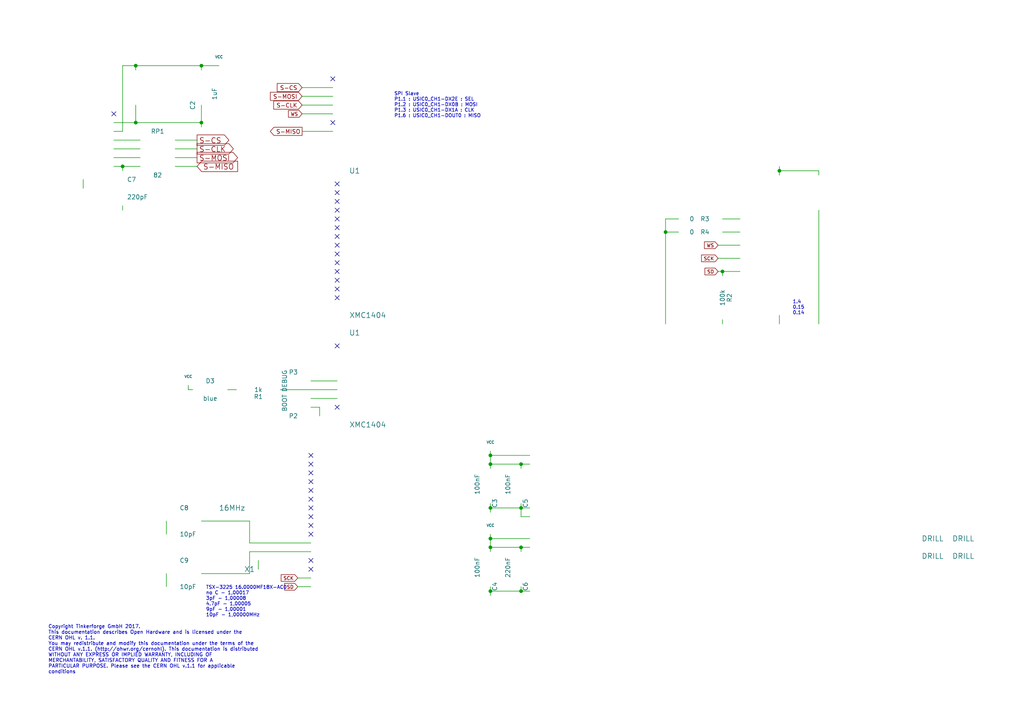
<source format=kicad_sch>
(kicad_sch (version 20230121) (generator eeschema)
  (paper "A4")
  (title_block (title "Sound Pressure Level Bricklet") (date "2017-11-14") (rev "1.0") (company "Tinkerforge GmbH") (comment 1 "Licensed under CERN OHL v.1.1") (comment 2 "Copyright (©) 2017, L.Lauer <lukas@tinkerforge.com>"))
  (lib_symbols)
  (junction (at 58.42 35.56))
  (junction (at 142.24 147.32))
  (junction (at 39.37 35.56))
  (junction (at 142.24 158.75))
  (junction (at 151.13 147.32))
  (junction (at 151.13 134.62))
  (junction (at 142.24 171.45))
  (junction (at 39.37 19.05))
  (junction (at 209.55 78.74))
  (junction (at 193.04 67.31))
  (junction (at 142.24 134.62))
  (junction (at 142.24 156.21))
  (junction (at 226.06 49.53))
  (junction (at 142.24 132.08))
  (junction (at 151.13 158.75))
  (junction (at 58.42 19.05))
  (junction (at 35.56 48.26))
  (junction (at 151.13 171.45))
  (no_connect (at 97.79 58.42))
  (no_connect (at 90.17 142.24))
  (no_connect (at 97.79 81.28))
  (no_connect (at 33.02 33.02))
  (no_connect (at 90.17 139.7))
  (no_connect (at 97.79 68.58))
  (no_connect (at 97.79 83.82))
  (no_connect (at 90.17 134.62))
  (no_connect (at 97.79 76.2))
  (no_connect (at 96.52 35.56))
  (no_connect (at 97.79 53.34))
  (no_connect (at 90.17 154.94))
  (no_connect (at 90.17 162.56))
  (no_connect (at 97.79 63.5))
  (no_connect (at 97.79 71.12))
  (no_connect (at 90.17 144.78))
  (no_connect (at 90.17 147.32))
  (no_connect (at 90.17 132.08))
  (no_connect (at 97.79 78.74))
  (no_connect (at 97.79 73.66))
  (no_connect (at 97.79 55.88))
  (no_connect (at 97.79 66.04))
  (no_connect (at 97.79 60.96))
  (no_connect (at 97.79 100.33))
  (no_connect (at 90.17 137.16))
  (no_connect (at 97.79 86.36))
  (no_connect (at 90.17 152.4))
  (no_connect (at 96.52 22.86))
  (no_connect (at 90.17 149.86))
  (no_connect (at 97.79 118.11))
  (no_connect (at 90.17 165.1))
  (wire (pts (xy 151.13 149.86) (xy 153.67 149.86)))
  (wire (pts (xy 87.63 25.4) (xy 96.52 25.4)))
  (wire (pts (xy 97.79 110.49) (xy 90.17 110.49)))
  (wire (pts (xy 153.67 156.21) (xy 142.24 156.21)))
  (wire (pts (xy 226.06 49.53) (xy 237.49 49.53)))
  (wire (pts (xy 50.8 40.64) (xy 57.15 40.64)))
  (wire (pts (xy 81.28 113.03) (xy 97.79 113.03)))
  (wire (pts (xy 142.24 170.18) (xy 142.24 171.45)))
  (wire (pts (xy 58.42 30.48) (xy 58.42 35.56)))
  (wire (pts (xy 48.26 170.18) (xy 48.26 166.37)))
  (wire (pts (xy 54.61 113.03) (xy 54.61 111.76)))
  (wire (pts (xy 58.42 35.56) (xy 58.42 36.83)))
  (wire (pts (xy 57.15 48.26) (xy 50.8 48.26)))
  (wire (pts (xy 39.37 35.56) (xy 33.02 35.56)))
  (wire (pts (xy 35.56 19.05) (xy 39.37 19.05)))
  (wire (pts (xy 153.67 132.08) (xy 142.24 132.08)))
  (wire (pts (xy 142.24 158.75) (xy 142.24 160.02)))
  (wire (pts (xy 33.02 45.72) (xy 40.64 45.72)))
  (wire (pts (xy 142.24 154.94) (xy 142.24 156.21)))
  (wire (pts (xy 50.8 45.72) (xy 57.15 45.72)))
  (wire (pts (xy 151.13 158.75) (xy 153.67 158.75)))
  (wire (pts (xy 151.13 171.45) (xy 153.67 171.45)))
  (wire (pts (xy 92.71 118.11) (xy 92.71 120.65)))
  (wire (pts (xy 24.13 54.61) (xy 24.13 52.07)))
  (wire (pts (xy 209.55 78.74) (xy 214.63 78.74)))
  (wire (pts (xy 87.63 27.94) (xy 96.52 27.94)))
  (wire (pts (xy 68.58 113.03) (xy 66.04 113.03)))
  (wire (pts (xy 142.24 158.75) (xy 151.13 158.75)))
  (wire (pts (xy 226.06 49.53) (xy 226.06 50.8)))
  (wire (pts (xy 153.67 147.32) (xy 151.13 147.32)))
  (wire (pts (xy 209.55 63.5) (xy 214.63 63.5)))
  (wire (pts (xy 35.56 48.26) (xy 40.64 48.26)))
  (wire (pts (xy 142.24 146.05) (xy 142.24 147.32)))
  (wire (pts (xy 72.39 157.48) (xy 90.17 157.48)))
  (wire (pts (xy 33.02 48.26) (xy 35.56 48.26)))
  (wire (pts (xy 72.39 160.02) (xy 90.17 160.02)))
  (wire (pts (xy 142.24 134.62) (xy 142.24 135.89)))
  (wire (pts (xy 196.85 63.5) (xy 193.04 63.5)))
  (wire (pts (xy 33.02 40.64) (xy 40.64 40.64)))
  (wire (pts (xy 58.42 166.37) (xy 72.39 166.37)))
  (wire (pts (xy 142.24 171.45) (xy 142.24 172.72)))
  (wire (pts (xy 58.42 35.56) (xy 39.37 35.56)))
  (wire (pts (xy 142.24 132.08) (xy 142.24 134.62)))
  (wire (pts (xy 142.24 156.21) (xy 142.24 158.75)))
  (wire (pts (xy 35.56 38.1) (xy 35.56 19.05)))
  (wire (pts (xy 87.63 33.02) (xy 96.52 33.02)))
  (wire (pts (xy 193.04 67.31) (xy 193.04 93.98)))
  (wire (pts (xy 151.13 146.05) (xy 151.13 147.32)))
  (wire (pts (xy 151.13 158.75) (xy 151.13 160.02)))
  (wire (pts (xy 48.26 154.94) (xy 48.26 151.13)))
  (wire (pts (xy 142.24 171.45) (xy 151.13 171.45)))
  (wire (pts (xy 151.13 134.62) (xy 151.13 135.89)))
  (wire (pts (xy 72.39 166.37) (xy 72.39 160.02)))
  (wire (pts (xy 193.04 67.31) (xy 196.85 67.31)))
  (wire (pts (xy 86.36 170.18) (xy 90.17 170.18)))
  (wire (pts (xy 209.55 67.31) (xy 214.63 67.31)))
  (wire (pts (xy 39.37 35.56) (xy 39.37 30.48)))
  (wire (pts (xy 208.28 74.93) (xy 214.63 74.93)))
  (wire (pts (xy 35.56 49.53) (xy 35.56 48.26)))
  (wire (pts (xy 151.13 147.32) (xy 151.13 149.86)))
  (wire (pts (xy 87.63 38.1) (xy 96.52 38.1)))
  (wire (pts (xy 55.88 113.03) (xy 54.61 113.03)))
  (wire (pts (xy 33.02 43.18) (xy 40.64 43.18)))
  (wire (pts (xy 58.42 19.05) (xy 63.5 19.05)))
  (wire (pts (xy 142.24 134.62) (xy 151.13 134.62)))
  (wire (pts (xy 193.04 63.5) (xy 193.04 67.31)))
  (wire (pts (xy 39.37 19.05) (xy 58.42 19.05)))
  (wire (pts (xy 226.06 91.44) (xy 226.06 93.98)))
  (wire (pts (xy 237.49 60.96) (xy 237.49 93.98)))
  (wire (pts (xy 226.06 48.26) (xy 226.06 49.53)))
  (wire (pts (xy 151.13 134.62) (xy 153.67 134.62)))
  (wire (pts (xy 72.39 151.13) (xy 72.39 157.48)))
  (wire (pts (xy 58.42 20.32) (xy 58.42 19.05)))
  (wire (pts (xy 209.55 80.01) (xy 209.55 78.74)))
  (wire (pts (xy 58.42 151.13) (xy 72.39 151.13)))
  (wire (pts (xy 33.02 38.1) (xy 35.56 38.1)))
  (wire (pts (xy 151.13 147.32) (xy 142.24 147.32)))
  (wire (pts (xy 209.55 92.71) (xy 209.55 93.98)))
  (wire (pts (xy 142.24 147.32) (xy 142.24 148.59)))
  (wire (pts (xy 237.49 49.53) (xy 237.49 50.8)))
  (wire (pts (xy 151.13 171.45) (xy 151.13 170.18)))
  (wire (pts (xy 35.56 59.69) (xy 35.56 60.96)))
  (wire (pts (xy 97.79 115.57) (xy 90.17 115.57)))
  (wire (pts (xy 57.15 43.18) (xy 50.8 43.18)))
  (wire (pts (xy 39.37 19.05) (xy 39.37 20.32)))
  (wire (pts (xy 87.63 30.48) (xy 96.52 30.48)))
  (wire (pts (xy 208.28 78.74) (xy 209.55 78.74)))
  (wire (pts (xy 86.36 167.64) (xy 90.17 167.64)))
  (wire (pts (xy 90.17 118.11) (xy 92.71 118.11)))
  (wire (pts (xy 208.28 71.12) (xy 214.63 71.12)))
  (wire (pts (xy 142.24 130.81) (xy 142.24 132.08)))
  (wire (pts (xy 74.93 165.1) (xy 74.93 162.56)))
  (text "1.4\n0.15\n0.14  " (at 229.87 91.44 0) (effects (font (size 0.9906 0.9906)) (justify left bottom)))
  (text "Copyright Tinkerforge GmbH 2017.\nThis documentation describes Open Hardware and is licensed under the\nCERN OHL v. 1.1.\nYou may redistribute and modify this documentation under the terms of the\nCERN OHL v.1.1. (http://ohwr.org/cernohl). This documentation is distributed\nWITHOUT ANY EXPRESS OR IMPLIED WARRANTY, INCLUDING OF\nMERCHANTABILITY, SATISFACTORY QUALITY AND FITNESS FOR A\nPARTICULAR PURPOSE. Please see the CERN OHL v.1.1 for applicable\nconditions\n" (at 13.97 195.58 0) (effects (font (size 1.016 1.016)) (justify left bottom)))
  (text "SPI Slave\nP1.1 : USIC0_CH1-DX2E : SEL\nP1.2 : USIC0_CH1-DX0B : MOSI\nP1.3 : USIC0_CH1-DX1A : CLK\nP1.6 : USIC0_CH1-DOUT0 : MISO" (at 114.3 34.29 0) (effects (font (size 0.9906 0.9906)) (justify left bottom)))
  (text "TSX-3225 16.0000MF18X-AC0\nno C - 1,00017\n3pF - 1,00008\n4.7pF - 1,00005\n9pF - 1,00001\n10pF - 1,00000MHz" (at 59.69 179.07 0) (effects (font (size 0.9906 0.9906)) (justify left bottom)))
  (global_label "SCK" (shape input) (at 86.36 167.64 180) (effects (font (size 0.9906 0.9906))) (property "Intersheetrefs" "${INTERSHEET_REFS}" (effects hide)))
  (global_label "SD" (shape input) (at 86.36 170.18 180) (effects (font (size 0.9906 0.9906))) (property "Intersheetrefs" "${INTERSHEET_REFS}" (effects hide)))
  (global_label "WS" (shape input) (at 87.63 33.02 180) (effects (font (size 0.9906 0.9906))) (property "Intersheetrefs" "${INTERSHEET_REFS}" (effects hide)))
  (global_label "S-MISO" (shape output) (at 87.63 38.1 180) (effects (font (size 1.1938 1.1938))) (property "Intersheetrefs" "${INTERSHEET_REFS}" (effects hide)))
  (global_label "SD" (shape input) (at 208.28 78.74 180) (effects (font (size 0.9906 0.9906))) (property "Intersheetrefs" "${INTERSHEET_REFS}" (effects hide)))
  (global_label "S-CS" (shape input) (at 87.63 25.4 180) (effects (font (size 1.1938 1.1938))) (property "Intersheetrefs" "${INTERSHEET_REFS}" (effects hide)))
  (global_label "S-MISO" (shape input) (at 57.15 48.26 0) (effects (font (size 1.524 1.524))) (property "Intersheetrefs" "${INTERSHEET_REFS}" (effects hide)))
  (global_label "S-MOSI" (shape output) (at 57.15 45.72 0) (effects (font (size 1.524 1.524))) (property "Intersheetrefs" "${INTERSHEET_REFS}" (effects hide)))
  (global_label "S-CS" (shape output) (at 57.15 40.64 0) (effects (font (size 1.524 1.524))) (property "Intersheetrefs" "${INTERSHEET_REFS}" (effects hide)))
  (global_label "S-CLK" (shape output) (at 57.15 43.18 0) (effects (font (size 1.524 1.524))) (property "Intersheetrefs" "${INTERSHEET_REFS}" (effects hide)))
  (global_label "S-MOSI" (shape input) (at 87.63 27.94 180) (effects (font (size 1.1938 1.1938))) (property "Intersheetrefs" "${INTERSHEET_REFS}" (effects hide)))
  (global_label "WS" (shape input) (at 208.28 71.12 180) (effects (font (size 0.9906 0.9906))) (property "Intersheetrefs" "${INTERSHEET_REFS}" (effects hide)))
  (global_label "SCK" (shape input) (at 208.28 74.93 180) (effects (font (size 0.9906 0.9906))) (property "Intersheetrefs" "${INTERSHEET_REFS}" (effects hide)))
  (global_label "S-CLK" (shape input) (at 87.63 30.48 180) (effects (font (size 1.1938 1.1938))) (property "Intersheetrefs" "${INTERSHEET_REFS}" (effects hide)))
  (symbol (lib_id "CON-SENSOR2") (at 24.13 40.64 0) (mirror y) (unit 1)
    (property "Reference" "P1" (at 20.32 30.48 0) (effects (font (size 1.524 1.524))))
    (property "Value" "CON-SENSOR2" (at 20.32 40.64 90) (effects (font (size 1.524 1.524))))
    (property "Footprint" "kicad-libraries:CON-SENSOR2" (effects hide))
  )
  (symbol (lib_id "GND") (at 24.13 54.61 0) (unit 1)
    (property "Reference" "#PWR02" (effects hide))
    (property "Value" "GND" (effects hide))
  )
  (symbol (lib_id "VCC") (at 63.5 19.05 0) (unit 1)
    (property "Reference" "#PWR01" (effects hide))
    (property "Value" "VCC" (at 63.5 16.51 0) (effects (font (size 0.762 0.762))))
  )
  (symbol (lib_id "DRILL") (at 279.4 156.21 0) (unit 1)
    (property "Reference" "U4" (effects hide))
    (property "Value" "DRILL" (at 279.4 156.21 0) (effects (font (size 1.524 1.524))))
    (property "Footprint" "kicad-libraries:DRILL_NP" (effects hide))
  )
  (symbol (lib_id "DRILL") (at 279.4 161.29 0) (unit 1)
    (property "Reference" "U5" (effects hide))
    (property "Value" "DRILL" (at 279.4 161.29 0) (effects (font (size 1.524 1.524))))
    (property "Footprint" "kicad-libraries:DRILL_NP" (effects hide))
  )
  (symbol (lib_id "DRILL") (at 270.51 161.29 0) (unit 1)
    (property "Reference" "U3" (effects hide))
    (property "Value" "DRILL" (at 270.51 161.29 0) (effects (font (size 1.524 1.524))))
    (property "Footprint" "kicad-libraries:DRILL_NP" (effects hide))
  )
  (symbol (lib_id "DRILL") (at 270.51 156.21 0) (unit 1)
    (property "Reference" "U2" (effects hide))
    (property "Value" "DRILL" (at 270.51 156.21 0) (effects (font (size 1.524 1.524))))
    (property "Footprint" "kicad-libraries:DRILL_NP" (effects hide))
  )
  (symbol (lib_id "C") (at 39.37 25.4 180) (unit 1)
    (property "Reference" "C1" (at 36.83 29.21 90) (effects (justify left)))
    (property "Value" "10uF" (at 43.18 25.4 90) (effects (justify left)))
    (property "Footprint" "kicad-libraries:C0805" (effects hide))
  )
  (symbol (lib_id "C") (at 58.42 25.4 180) (unit 1)
    (property "Reference" "C2" (at 55.88 29.21 90) (effects (justify left)))
    (property "Value" "1uF" (at 62.23 25.4 90) (effects (justify left)))
    (property "Footprint" "kicad-libraries:C0603F" (effects hide))
  )
  (symbol (lib_id "GND") (at 58.42 36.83 0) (unit 1)
    (property "Reference" "#PWR03" (effects hide))
    (property "Value" "GND" (effects hide))
  )
  (symbol (lib_id "XMC1XXX48") (at 99.06 151.13 0) (unit 2)
    (property "Reference" "U1" (at 95.25 127 0) (effects (font (size 1.524 1.524))))
    (property "Value" "XMC1404" (at 99.06 176.53 0) (effects (font (size 1.524 1.524))))
    (property "Footprint" "kicad-libraries:QFN48-EP2" (effects hide))
  )
  (symbol (lib_id "XMC1XXX48") (at 162.56 151.13 0) (unit 1)
    (property "Reference" "U1" (at 158.75 127 0) (effects (font (size 1.524 1.524))))
    (property "Value" "XMC1404" (at 162.56 176.53 0) (effects (font (size 1.524 1.524))))
    (property "Footprint" "kicad-libraries:QFN48-EP2" (effects hide))
  )
  (symbol (lib_id "XMC1XXX48") (at 106.68 66.04 0) (unit 4)
    (property "Reference" "U1" (at 102.87 49.53 0) (effects (font (size 1.524 1.524))))
    (property "Value" "XMC1404" (at 106.68 91.44 0) (effects (font (size 1.524 1.524))))
    (property "Footprint" "kicad-libraries:QFN48-EP2" (effects hide))
  )
  (symbol (lib_id "XMC1XXX48") (at 105.41 30.48 0) (unit 3)
    (property "Reference" "U1" (at 102.87 17.78 0) (effects (font (size 1.524 1.524))))
    (property "Value" "XMC1404" (at 105.41 43.18 0) (effects (font (size 1.524 1.524))))
    (property "Footprint" "kicad-libraries:QFN48-EP2" (effects hide))
  )
  (symbol (lib_id "XMC1XXX48") (at 106.68 107.95 0) (unit 5)
    (property "Reference" "U1" (at 102.87 96.52 0) (effects (font (size 1.524 1.524))))
    (property "Value" "XMC1404" (at 106.68 123.19 0) (effects (font (size 1.524 1.524))))
    (property "Footprint" "kicad-libraries:QFN48-EP2" (effects hide))
  )
  (symbol (lib_id "C") (at 142.24 140.97 0) (unit 1)
    (property "Reference" "C3" (at 143.51 147.32 90) (effects (justify left)))
    (property "Value" "100nF" (at 138.43 143.51 90) (effects (justify left)))
    (property "Footprint" "kicad-libraries:C0603F" (effects hide))
  )
  (symbol (lib_id "C") (at 151.13 140.97 0) (unit 1)
    (property "Reference" "C5" (at 152.4 147.32 90) (effects (justify left)))
    (property "Value" "100nF" (at 147.32 143.51 90) (effects (justify left)))
    (property "Footprint" "kicad-libraries:C0603F" (effects hide))
  )
  (symbol (lib_id "C") (at 151.13 165.1 0) (unit 1)
    (property "Reference" "C6" (at 152.4 171.45 90) (effects (justify left)))
    (property "Value" "220nF" (at 147.32 167.64 90) (effects (justify left)))
    (property "Footprint" "kicad-libraries:C0603F" (effects hide))
  )
  (symbol (lib_id "C") (at 142.24 165.1 0) (unit 1)
    (property "Reference" "C4" (at 143.51 171.45 90) (effects (justify left)))
    (property "Value" "100nF" (at 138.43 167.64 90) (effects (justify left)))
    (property "Footprint" "kicad-libraries:C0603F" (effects hide))
  )
  (symbol (lib_id "VCC") (at 142.24 130.81 0) (unit 1)
    (property "Reference" "#PWR04" (effects hide))
    (property "Value" "VCC" (at 142.24 128.27 0) (effects (font (size 0.762 0.762))))
  )
  (symbol (lib_id "VCC") (at 142.24 154.94 0) (unit 1)
    (property "Reference" "#PWR05" (effects hide))
    (property "Value" "VCC" (at 142.24 152.4 0) (effects (font (size 0.762 0.762))))
  )
  (symbol (lib_id "GND") (at 142.24 148.59 0) (unit 1)
    (property "Reference" "#PWR06" (effects hide))
    (property "Value" "GND" (effects hide))
  )
  (symbol (lib_id "GND") (at 142.24 172.72 0) (unit 1)
    (property "Reference" "#PWR07" (effects hide))
    (property "Value" "GND" (effects hide))
  )
  (symbol (lib_id "LED") (at 60.96 113.03 0) (unit 1)
    (property "Reference" "D3" (at 60.96 110.49 0))
    (property "Value" "blue" (at 60.96 115.57 0))
    (property "Footprint" "kicad-libraries:D0603E" (effects hide))
  )
  (symbol (lib_id "CONN_01X02") (at 85.09 116.84 180) (unit 1)
    (property "Reference" "P2" (at 85.09 120.65 0))
    (property "Value" "BOOT" (at 82.55 116.84 90))
    (property "Footprint" "kicad-libraries:SolderJumper" (effects hide))
  )
  (symbol (lib_id "VCC") (at 54.61 111.76 0) (unit 1)
    (property "Reference" "#PWR08" (effects hide))
    (property "Value" "VCC" (at 54.61 109.22 0) (effects (font (size 0.762 0.762))))
  )
  (symbol (lib_id "C") (at 53.34 151.13 270) (unit 1)
    (property "Reference" "C8" (at 52.07 147.32 90) (effects (justify left)))
    (property "Value" "10pF" (at 52.07 154.94 90) (effects (justify left)))
    (property "Footprint" "kicad-libraries:C0603F" (effects hide))
  )
  (symbol (lib_id "C") (at 53.34 166.37 270) (unit 1)
    (property "Reference" "C9" (at 52.07 162.56 90) (effects (justify left)))
    (property "Value" "10pF" (at 52.07 170.18 90) (effects (justify left)))
    (property "Footprint" "kicad-libraries:C0603F" (effects hide))
  )
  (symbol (lib_id "GND") (at 48.26 170.18 0) (unit 1)
    (property "Reference" "#PWR09" (effects hide))
    (property "Value" "GND" (effects hide))
  )
  (symbol (lib_id "CRYSTAL_3225") (at 67.31 158.75 90) (unit 1)
    (property "Reference" "X1" (at 72.39 165.1 90) (effects (font (size 1.524 1.524))))
    (property "Value" "16MHz" (at 67.31 147.32 90) (effects (font (size 1.524 1.524))))
    (property "Footprint" "kicad-libraries:CRYSTAL_3225" (effects hide))
  )
  (symbol (lib_id "GND") (at 48.26 154.94 0) (unit 1)
    (property "Reference" "#PWR010" (effects hide))
    (property "Value" "GND" (effects hide))
  )
  (symbol (lib_id "GND") (at 74.93 165.1 0) (unit 1)
    (property "Reference" "#PWR011" (effects hide))
    (property "Value" "GND" (effects hide))
  )
  (symbol (lib_id "GND") (at 92.71 120.65 0) (unit 1)
    (property "Reference" "#PWR012" (effects hide))
    (property "Value" "GND" (effects hide))
  )
  (symbol (lib_id "R") (at 74.93 113.03 270) (unit 1)
    (property "Reference" "R1" (at 74.93 115.062 90))
    (property "Value" "1k" (at 74.93 113.03 90))
    (property "Footprint" "kicad-libraries:R0603F" (effects hide))
  )
  (symbol (lib_id "R_PACK4") (at 45.72 49.53 0) (unit 1)
    (property "Reference" "RP1" (at 45.72 38.1 0))
    (property "Value" "82" (at 45.72 50.8 0))
    (property "Footprint" "kicad-libraries:4X0402" (effects hide))
  )
  (symbol (lib_id "C") (at 35.56 54.61 0) (unit 1)
    (property "Reference" "C7" (at 36.83 52.07 0) (effects (justify left)))
    (property "Value" "220pF" (at 36.83 57.15 0) (effects (justify left)))
    (property "Footprint" "kicad-libraries:C0402F" (effects hide))
  )
  (symbol (lib_id "GND") (at 35.56 60.96 0) (unit 1)
    (property "Reference" "#PWR013" (effects hide))
    (property "Value" "GND" (effects hide))
  )
  (symbol (lib_id "ICS-43432") (at 226.06 71.12 0) (unit 1)
    (property "Reference" "U6" (at 220.98 54.61 0) (effects (font (size 1.524 1.524))))
    (property "Value" "ICS-43432" (at 231.14 71.12 90) (effects (font (size 1.524 1.524))))
    (property "Footprint" "kicad-libraries:ICS-43432" (effects hide))
  )
  (symbol (lib_id "VCC") (at 226.06 48.26 0) (unit 1)
    (property "Reference" "#PWR014" (effects hide))
    (property "Value" "VCC" (at 226.06 45.72 0) (effects (font (size 0.762 0.762))))
  )
  (symbol (lib_id "GND") (at 226.06 93.98 0) (unit 1)
    (property "Reference" "#PWR015" (effects hide))
    (property "Value" "GND" (effects hide))
  )
  (symbol (lib_id "GND") (at 193.04 93.98 0) (unit 1)
    (property "Reference" "#PWR016" (effects hide))
    (property "Value" "GND" (effects hide))
  )
  (symbol (lib_id "R") (at 209.55 86.36 0) (unit 1)
    (property "Reference" "R2" (at 211.582 86.36 90))
    (property "Value" "100k" (at 209.55 86.36 90))
    (property "Footprint" "kicad-libraries:R0603F" (effects hide))
  )
  (symbol (lib_id "GND") (at 209.55 93.98 0) (unit 1)
    (property "Reference" "#PWR017" (effects hide))
    (property "Value" "GND" (effects hide))
  )
  (symbol (lib_id "R") (at 203.2 63.5 270) (unit 1)
    (property "Reference" "R3" (at 204.47 63.5 90))
    (property "Value" "0" (at 200.66 63.5 90))
    (property "Footprint" "kicad-libraries:R0402F" (effects hide))
  )
  (symbol (lib_id "R") (at 203.2 67.31 270) (unit 1)
    (property "Reference" "R4" (at 204.47 67.31 90))
    (property "Value" "0" (at 200.66 67.31 90))
    (property "Footprint" "kicad-libraries:R0402F" (effects hide))
  )
  (symbol (lib_id "C") (at 237.49 55.88 180) (unit 1)
    (property "Reference" "C10" (at 236.22 49.53 90) (effects (justify left)))
    (property "Value" "100nF" (at 241.3 53.34 90) (effects (justify left)))
    (property "Footprint" "kicad-libraries:C0603F" (effects hide))
  )
  (symbol (lib_id "GND") (at 237.49 93.98 0) (unit 1)
    (property "Reference" "#PWR018" (effects hide))
    (property "Value" "GND" (effects hide))
  )
  (symbol (lib_id "CONN_01X01") (at 85.09 110.49 180) (unit 1)
    (property "Reference" "P3" (at 85.09 107.95 0))
    (property "Value" "DEBUG" (at 82.55 110.49 90))
    (property "Footprint" "kicad-libraries:DEBUG_PAD" (effects hide))
  )
)
</source>
